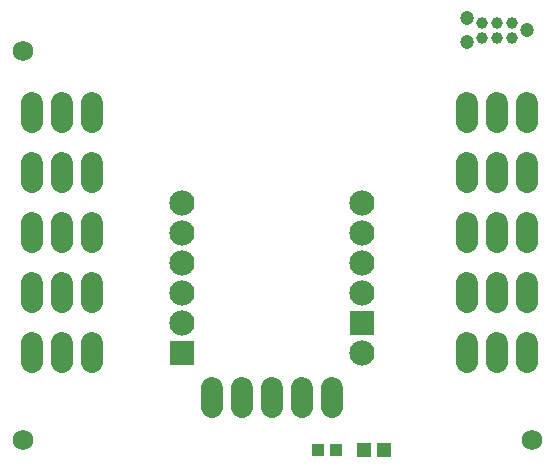
<source format=gts>
G75*
%MOIN*%
%OFA0B0*%
%FSLAX25Y25*%
%IPPOS*%
%LPD*%
%AMOC8*
5,1,8,0,0,1.08239X$1,22.5*
%
%ADD10C,0.06800*%
%ADD11C,0.07200*%
%ADD12C,0.04737*%
%ADD13C,0.03900*%
%ADD14R,0.08400X0.08400*%
%ADD15C,0.08400*%
%ADD16R,0.03950X0.03950*%
%ADD17R,0.04737X0.05131*%
D10*
X0013600Y0013667D03*
X0013600Y0143067D03*
X0183000Y0013667D03*
D11*
X0181600Y0039467D02*
X0181600Y0045867D01*
X0171600Y0045867D02*
X0171600Y0039467D01*
X0161600Y0039467D02*
X0161600Y0045867D01*
X0161600Y0059467D02*
X0161600Y0065867D01*
X0171600Y0065867D02*
X0171600Y0059467D01*
X0181600Y0059467D02*
X0181600Y0065867D01*
X0181600Y0079467D02*
X0181600Y0085867D01*
X0171600Y0085867D02*
X0171600Y0079467D01*
X0161600Y0079467D02*
X0161600Y0085867D01*
X0161600Y0099467D02*
X0161600Y0105867D01*
X0171600Y0105867D02*
X0171600Y0099467D01*
X0181600Y0099467D02*
X0181600Y0105867D01*
X0181600Y0119467D02*
X0181600Y0125867D01*
X0171600Y0125867D02*
X0171600Y0119467D01*
X0161600Y0119467D02*
X0161600Y0125867D01*
X0116600Y0030867D02*
X0116600Y0024467D01*
X0106600Y0024467D02*
X0106600Y0030867D01*
X0096600Y0030867D02*
X0096600Y0024467D01*
X0086600Y0024467D02*
X0086600Y0030867D01*
X0076600Y0030867D02*
X0076600Y0024467D01*
X0036600Y0039467D02*
X0036600Y0045867D01*
X0026600Y0045867D02*
X0026600Y0039467D01*
X0016600Y0039467D02*
X0016600Y0045867D01*
X0016600Y0059467D02*
X0016600Y0065867D01*
X0026600Y0065867D02*
X0026600Y0059467D01*
X0036600Y0059467D02*
X0036600Y0065867D01*
X0036600Y0079467D02*
X0036600Y0085867D01*
X0026600Y0085867D02*
X0026600Y0079467D01*
X0016600Y0079467D02*
X0016600Y0085867D01*
X0016600Y0099467D02*
X0016600Y0105867D01*
X0026600Y0105867D02*
X0026600Y0099467D01*
X0036600Y0099467D02*
X0036600Y0105867D01*
X0036600Y0119467D02*
X0036600Y0125867D01*
X0026600Y0125867D02*
X0026600Y0119467D01*
X0016600Y0119467D02*
X0016600Y0125867D01*
D12*
X0161600Y0146167D03*
X0161600Y0154167D03*
X0181600Y0150167D03*
D13*
X0176600Y0152667D03*
X0171600Y0152667D03*
X0166600Y0152667D03*
X0166600Y0147667D03*
X0171600Y0147667D03*
X0176600Y0147667D03*
D14*
X0126600Y0052667D03*
X0066600Y0042667D03*
D15*
X0066600Y0052667D03*
X0066600Y0062667D03*
X0066600Y0072667D03*
X0066600Y0082667D03*
X0066600Y0092667D03*
X0126600Y0092667D03*
X0126600Y0082667D03*
X0126600Y0072667D03*
X0126600Y0062667D03*
X0126600Y0042667D03*
D16*
X0117653Y0010167D03*
X0111747Y0010167D03*
D17*
X0127004Y0010167D03*
X0133696Y0010167D03*
M02*

</source>
